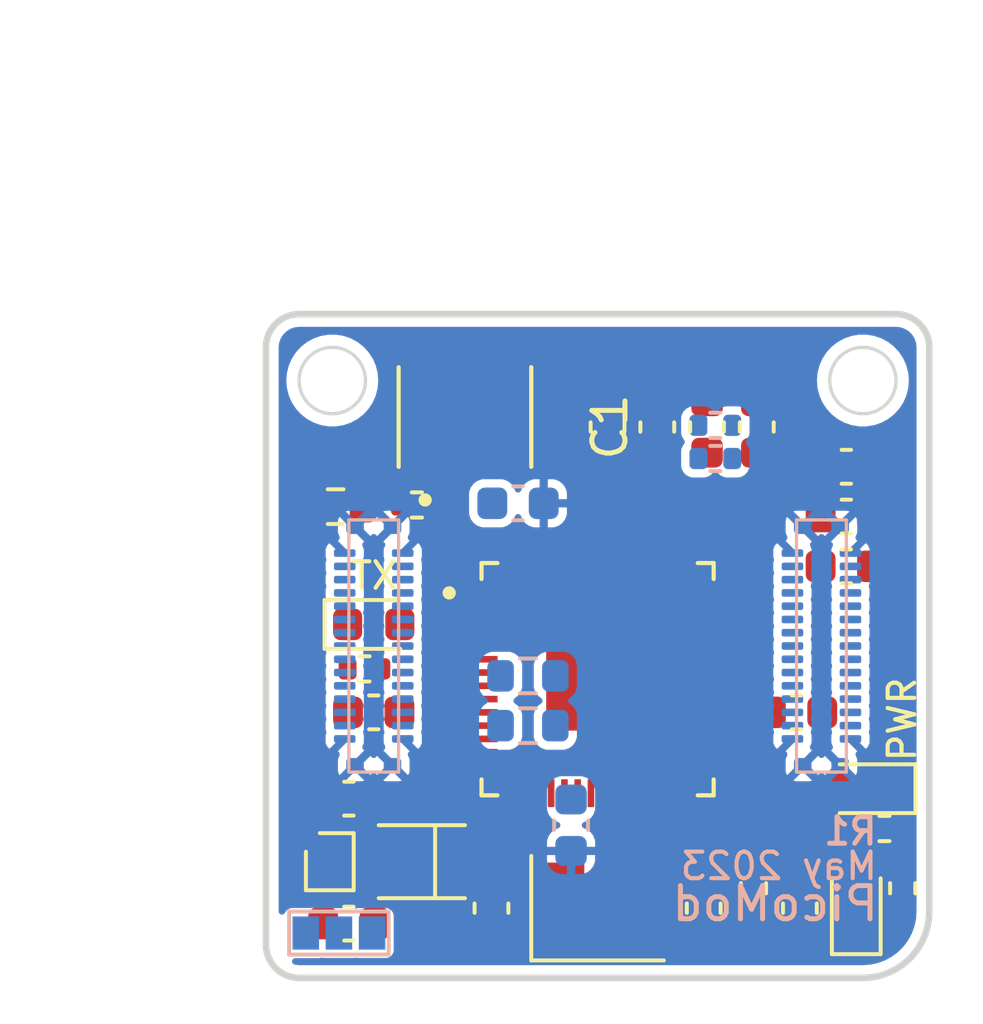
<source format=kicad_pcb>
(kicad_pcb (version 20221018) (generator pcbnew)
  (layers (0 "F.Cu" signal) (31 "B.Cu" signal) (34 "B.Paste" user) (35 "F.Paste" user) (36 "B.SilkS" user "B.Silkscreen") (37 "F.SilkS" user "F.Silkscreen") (38 "B.Mask" user) (39 "F.Mask" user) (44 "Edge.Cuts" user))
  (net 0 "")
  (net 1 "+3V3")
  (net 2 "GND")
  (net 3 "Net-(U1-VREG_VOUT)")
  (net 4 "/XIN")
  (net 5 "Net-(C14-Pad1)")
  (net 6 "+5V")
  (net 7 "Net-(D1-K)")
  (net 8 "/USB_DP")
  (net 9 "/USB_DM")
  (net 10 "/LED")
  (net 12 "/LED_DI")
  (net 22 "Net-(U1-USB_DM)")
  (net 23 "Net-(U1-USB_DP)")
  (net 24 "/TX0")
  (net 25 "/RX0")
  (net 26 "/SCK0")
  (net 27 "/MOSI0")
  (net 28 "/MISO0")
  (net 29 "/GPIO5")
  (net 30 "/qCSN")
  (net 31 "/XOUT")
  (net 32 "/SDA")
  (net 33 "/GPIO9")
  (net 34 "/GPIO10")
  (net 35 "/GPIO11")
  (net 36 "/MISO1")
  (net 37 "/SWCLK")
  (net 38 "/SWDIO")
  (net 39 "/RUN")
  (net 40 "/GPIO13")
  (net 41 "/SCK1")
  (net 42 "/qSD3")
  (net 43 "/qSD0")
  (net 44 "/qSD2")
  (net 45 "/qSD1")
  (net 46 "/MOSI1")
  (net 47 "/GPIO16")
  (net 48 "/GPIO17")
  (net 49 "/GPIO18")
  (net 50 "/GPIO19")
  (net 51 "/GPIO20")
  (net 52 "/GPIO21")
  (net 53 "/GPIO22")
  (net 54 "/GPIO23")
  (net 55 "/GPIO24")
  (net 56 "/ADC0")
  (net 57 "/ADC1")
  (net 58 "/ADC2")
  (net 59 "/ADC3")
  (net 60 "/SCL")
  (net 61 "Net-(D3-K)")
  (net 62 "Net-(D4-K)")
  (net 63 "/BOOTSEL")
  (net 64 "/qSCK")
  (net 65 "/VREG_EN")
  (net 66 "/LED_PWR")
  (footprint "Capacitor_SMD:C_0603_1608Metric" (layer "F.Cu") (at 36 32)
    (fp_text reference "C3" hide)
    (fp_text value "100n")
    (fp_line (start -0.14058 -0.51) (end 0.14058 -0.51) (stroke (width 0.12)) (layer "F.SilkS"))
    (fp_line (start -0.14058 0.51) (end 0.14058 0.51) (stroke (width 0.12)) (layer "F.SilkS"))
    (pad "1" smd roundrect (at -0.775 0) (size 0.9 0.95) (layers "F.Cu" "F.Paste" "F.Mask") (net 1 "+3V3"))
    (pad "2" smd roundrect (at 0.775 0) (size 0.9 0.95) (layers "F.Cu" "F.Paste" "F.Mask") (net 2 "GND"))
  )
  (footprint "Resistor_SMD:R_0402_1005Metric" (layer "F.Cu") (at 24.55 25.75)
    (fp_text reference "R3" hide)
    (fp_text value "1k")
    (fp_line (start -0.153641 -0.38) (end 0.153641 -0.38) (stroke (width 0.12)) (layer "F.SilkS"))
    (fp_line (start -0.153641 0.38) (end 0.153641 0.38) (stroke (width 0.12)) (layer "F.SilkS"))
    (pad "1" smd roundrect (at -0.51 0) (size 0.54 0.64) (layers "F.Cu" "F.Paste" "F.Mask") (net 30 "/qCSN"))
    (pad "2" smd roundrect (at 0.51 0) (size 0.54 0.64) (layers "F.Cu" "F.Paste" "F.Mask") (net 63 "/BOOTSEL"))
  )
  (footprint "Capacitor_SMD:C_0603_1608Metric" (layer "F.Cu") (at 22.5 38.365)
    (fp_text reference "C15" hide)
    (fp_text value "1u")
    (fp_line (start -0.14058 -0.51) (end 0.14058 -0.51) (stroke (width 0.12)) (layer "F.SilkS"))
    (fp_line (start -0.14058 0.51) (end 0.14058 0.51) (stroke (width 0.12)) (layer "F.SilkS"))
    (pad "1" smd roundrect (at -0.775 0) (size 0.9 0.95) (layers "F.Cu" "F.Paste" "F.Mask") (net 6 "+5V"))
    (pad "2" smd roundrect (at 0.775 0) (size 0.9 0.95) (layers "F.Cu" "F.Paste" "F.Mask") (net 2 "GND"))
  )
  (footprint "Resistor_SMD:R_0402_1005Metric" (layer "F.Cu") (at 39.2 37.3 90)
    (fp_text reference "R8" hide)
    (fp_text value "33")
    (fp_line (start -0.153641 -0.38) (end 0.153641 -0.38) (stroke (width 0.12)) (layer "F.SilkS"))
    (fp_line (start -0.153641 0.38) (end 0.153641 0.38) (stroke (width 0.12)) (layer "F.SilkS"))
    (pad "1" smd roundrect (at -0.51 0 90) (size 0.54 0.64) (layers "F.Cu" "F.Paste" "F.Mask") (net 7 "Net-(D1-K)"))
    (pad "2" smd roundrect (at 0.51 0 90) (size 0.54 0.64) (layers "F.Cu" "F.Paste" "F.Mask") (net 2 "GND"))
  )
  (footprint "Capacitor_SMD:C_0603_1608Metric" (layer "F.Cu") (at 37.5 26.1)
    (fp_text reference "C4" hide)
    (fp_text value "100n")
    (fp_line (start -0.14058 -0.51) (end 0.14058 -0.51) (stroke (width 0.12)) (layer "F.SilkS"))
    (fp_line (start -0.14058 0.51) (end 0.14058 0.51) (stroke (width 0.12)) (layer "F.SilkS"))
    (pad "1" smd roundrect (at -0.775 0) (size 0.9 0.95) (layers "F.Cu" "F.Paste" "F.Mask") (net 1 "+3V3"))
    (pad "2" smd roundrect (at 0.775 0) (size 0.9 0.95) (layers "F.Cu" "F.Paste" "F.Mask") (net 2 "GND"))
  )
  (footprint "Resistor_SMD:R_0402_1005Metric" (layer "F.Cu") (at 22.97 30.69)
    (fp_text reference "R10" hide)
    (fp_text value "33")
    (fp_line (start -0.153641 -0.38) (end 0.153641 -0.38) (stroke (width 0.12)) (layer "F.SilkS"))
    (fp_line (start -0.153641 0.38) (end 0.153641 0.38) (stroke (width 0.12)) (layer "F.SilkS"))
    (pad "1" smd roundrect (at -0.51 0) (size 0.54 0.64) (layers "F.Cu" "F.Paste" "F.Mask") (net 62 "Net-(D4-K)"))
    (pad "2" smd roundrect (at 0.51 0) (size 0.54 0.64) (layers "F.Cu" "F.Paste" "F.Mask") (net 2 "GND"))
  )
  (footprint "Capacitor_SMD:C_0603_1608Metric" (layer "F.Cu") (at 23.25 32 180)
    (fp_text reference "C12" hide)
    (fp_text value "100n")
    (fp_line (start -0.14058 -0.51) (end 0.14058 -0.51) (stroke (width 0.12)) (layer "F.SilkS"))
    (fp_line (start -0.14058 0.51) (end 0.14058 0.51) (stroke (width 0.12)) (layer "F.SilkS"))
    (pad "1" smd roundrect (at -0.775 0 180) (size 0.9 0.95) (layers "F.Cu" "F.Paste" "F.Mask") (net 1 "+3V3"))
    (pad "2" smd roundrect (at 0.775 0 180) (size 0.9 0.95) (layers "F.Cu" "F.Paste" "F.Mask") (net 2 "GND"))
  )
  (footprint "Customs_LED:LED_WS2812B_PLCC4_2.0x2.0mm_P0.4mm" (layer "F.Cu") (at 24.7 36.5)
    (fp_text reference "D2" hide)
    (fp_text value "WS2812B")
    (fp_line (start -1.3 -1.1) (end 1.3 -1.1) (stroke (width 0.12)) (layer "F.SilkS"))
    (fp_line (start -1.3 1.1) (end 1.3 1.1) (stroke (width 0.12)) (layer "F.SilkS"))
    (fp_line (start 0.4 1.1) (end 0.4 -1.1) (stroke (width 0.12)) (layer "F.SilkS"))
    (pad "1" smd rect (at -0.915 -0.55) (size 0.7 0.7) (layers "F.Cu" "F.Paste" "F.Mask") (net 66 "/LED_PWR"))
    (pad "2" smd rect (at -0.915 0.55) (size 0.7 0.7) (layers "F.Cu" "F.Paste" "F.Mask"))
    (pad "3" smd rect (at 0.915 0.55) (size 0.7 0.7) (layers "F.Cu" "F.Paste" "F.Mask") (net 2 "GND"))
    (pad "4" smd rect (at 0.915 -0.55) (size 0.7 0.7) (layers "F.Cu" "F.Paste" "F.Mask") (net 12 "/LED_DI"))
  )
  (footprint "Capacitor_SMD:C_0603_1608Metric" (layer "F.Cu") (at 33.3 23.4 90)
    (fp_text reference "C2" hide)
    (fp_text value "100n")
    (fp_line (start -0.14058 -0.51) (end 0.14058 -0.51) (stroke (width 0.12)) (layer "F.SilkS"))
    (fp_line (start -0.14058 0.51) (end 0.14058 0.51) (stroke (width 0.12)) (layer "F.SilkS"))
    (pad "1" smd roundrect (at -0.775 0 90) (size 0.9 0.95) (layers "F.Cu" "F.Paste" "F.Mask") (net 1 "+3V3"))
    (pad "2" smd roundrect (at 0.775 0 90) (size 0.9 0.95) (layers "F.Cu" "F.Paste" "F.Mask") (net 2 "GND"))
  )
  (footprint "Capacitor_SMD:C_0603_1608Metric" (layer "F.Cu") (at 37.5 27.6)
    (fp_text reference "C5" hide)
    (fp_text value "100n")
    (fp_line (start -0.14058 -0.51) (end 0.14058 -0.51) (stroke (width 0.12)) (layer "F.SilkS"))
    (fp_line (start -0.14058 0.51) (end 0.14058 0.51) (stroke (width 0.12)) (layer "F.SilkS"))
    (pad "1" smd roundrect (at -0.775 0) (size 0.9 0.95) (layers "F.Cu" "F.Paste" "F.Mask") (net 1 "+3V3"))
    (pad "2" smd roundrect (at 0.775 0) (size 0.9 0.95) (layers "F.Cu" "F.Paste" "F.Mask") (net 2 "GND"))
  )
  (footprint "Customs_Memory:SON80P400X300X60-10N" (layer "F.Cu") (at 26 23.1 90)
    (fp_text reference "U2" hide)
    (fp_text value locked "MX25L3233FZBI")
    (fp_line (start -1.5 -2) (end 1.5 -2) (stroke (width 0.127)) (layer "F.SilkS"))
    (fp_line (start -1.5 2) (end 1.5 2) (stroke (width 0.127)) (layer "F.SilkS"))
    (fp_circle (center -2.5 -1.2) (end -2.4 -1.2) (stroke (width 0.2)) (fill none) (layer "F.SilkS"))
    (pad "1" smd roundrect (at -1.335 -1.2 90) (size 1.06 0.32) (layers "F.Cu" "F.Paste" "F.Mask") (roundrect_rratio 0.04) (net 63 "/BOOTSEL"))
    (pad "2" smd roundrect (at -1.335 -0.4 90) (size 1.06 0.32) (layers "F.Cu" "F.Paste" "F.Mask") (roundrect_rratio 0.04) (net 45 "/qSD1"))
    (pad "3" smd roundrect (at -1.335 0.4 90) (size 1.06 0.32) (layers "F.Cu" "F.Paste" "F.Mask") (roundrect_rratio 0.04) (net 44 "/qSD2"))
    (pad "4" smd roundrect (at -1.335 1.2 90) (size 1.06 0.32) (layers "F.Cu" "F.Paste" "F.Mask") (roundrect_rratio 0.04) (net 2 "GND"))
    (pad "5" smd roundrect (at 1.335 1.2 90) (size 1.06 0.32) (layers "F.Cu" "F.Paste" "F.Mask") (roundrect_rratio 0.04) (net 43 "/qSD0"))
    (pad "6" smd roundrect (at 1.335 0.4 90) (size 1.06 0.32) (layers "F.Cu" "F.Paste" "F.Mask") (roundrect_rratio 0.04) (net 64 "/qSCK"))
    (pad "7" smd roundrect (at 1.335 -0.4 90) (size 1.06 0.32) (layers "F.Cu" "F.Paste" "F.Mask") (roundrect_rratio 0.04) (net 42 "/qSD3"))
    (pad "8" smd roundrect (at 1.335 -1.2 90) (size 1.06 0.32) (layers "F.Cu" "F.Paste" "F.Mask") (roundrect_rratio 0.04) (net 1 "+3V3"))
    (pad "9" smd rect (at 0 -0.8 90) (size 0.2 0.8) (layers "F.Cu" "F.Mask"))
    (pad "10" smd rect (at 0 0.8 90) (size 0.2 0.8) (layers "F.Cu" "F.Mask"))
  )
  (footprint "Resistor_SMD:R_0603_1608Metric" (layer "F.Cu") (at 22.1 25.8 180)
    (fp_text reference "R4" hide)
    (fp_text value "DNP")
    (fp_line (start -0.237258 -0.5225) (end 0.237258 -0.5225) (stroke (width 0.12)) (layer "F.SilkS"))
    (fp_line (start -0.237258 0.5225) (end 0.237258 0.5225) (stroke (width 0.12)) (layer "F.SilkS"))
    (pad "1" smd roundrect (at -0.825 0 180) (size 0.8 0.95) (layers "F.Cu" "F.Paste" "F.Mask") (net 63 "/BOOTSEL"))
    (pad "2" smd roundrect (at 0.825 0 180) (size 0.8 0.95) (layers "F.Cu" "F.Paste" "F.Mask") (net 1 "+3V3"))
  )
  (footprint "Capacitor_SMD:C_0603_1608Metric" (layer "F.Cu") (at 33.2 37.9 -90)
    (fp_text reference "C14" hide)
    (fp_text value "22pf")
    (fp_line (start -0.14058 -0.51) (end 0.14058 -0.51) (stroke (width 0.12)) (layer "F.SilkS"))
    (fp_line (start -0.14058 0.51) (end 0.14058 0.51) (stroke (width 0.12)) (layer "F.SilkS"))
    (pad "1" smd roundrect (at -0.775 0 270) (size 0.9 0.95) (layers "F.Cu" "F.Paste" "F.Mask") (net 5 "Net-(C14-Pad1)"))
    (pad "2" smd roundrect (at 0.775 0 270) (size 0.9 0.95) (layers "F.Cu" "F.Paste" "F.Mask") (net 2 "GND"))
  )
  (footprint "Capacitor_SMD:C_0603_1608Metric" (layer "F.Cu") (at 37.5 24.6)
    (fp_text reference "C11" hide)
    (fp_text value "1u")
    (fp_line (start -0.14058 -0.51) (end 0.14058 -0.51) (stroke (width 0.12)) (layer "F.SilkS"))
    (fp_line (start -0.14058 0.51) (end 0.14058 0.51) (stroke (width 0.12)) (layer "F.SilkS"))
    (pad "1" smd roundrect (at -0.775 0) (size 0.9 0.95) (layers "F.Cu" "F.Paste" "F.Mask") (net 1 "+3V3"))
    (pad "2" smd roundrect (at 0.775 0) (size 0.9 0.95) (layers "F.Cu" "F.Paste" "F.Mask") (net 2 "GND"))
  )
  (footprint "Capacitor_SMD:C_0603_1608Metric" (layer "F.Cu") (at 22.5 34.6)
    (fp_text reference "C16" hide)
    (fp_text value "1u")
    (fp_line (start -0.14058 -0.51) (end 0.14058 -0.51) (stroke (width 0.12)) (layer "F.SilkS"))
    (fp_line (start -0.14058 0.51) (end 0.14058 0.51) (stroke (width 0.12)) (layer "F.SilkS"))
    (pad "1" smd roundrect (at -0.775 0) (size 0.9 0.95) (layers "F.Cu" "F.Paste" "F.Mask") (net 1 "+3V3"))
    (pad "2" smd roundrect (at 0.775 0) (size 0.9 0.95) (layers "F.Cu" "F.Paste" "F.Mask") (net 2 "GND"))
  )
  (footprint "LED_SMD:LED_0603_1608Metric" (layer "F.Cu") (at 37.8 37.8 90)
    (fp_text reference "D1" hide)
    (fp_text value "LED")
    (fp_line (start -1.485 -0.735) (end -1.485 0.735) (stroke (width 0.12)) (layer "F.SilkS"))
    (fp_line (start -1.485 0.735) (end 0.8 0.735) (stroke (width 0.12)) (layer "F.SilkS"))
    (fp_line (start 0.8 -0.735) (end -1.485 -0.735) (stroke (width 0.12)) (layer "F.SilkS"))
    (pad "1" smd roundrect (at -0.7875 0 90) (size 0.875 0.95) (layers "F.Cu" "F.Paste" "F.Mask") (net 7 "Net-(D1-K)"))
    (pad "2" smd roundrect (at 0.7875 0 90) (size 0.875 0.95) (layers "F.Cu" "F.Paste" "F.Mask") (net 10 "/LED"))
  )
  (footprint "LED_SMD:LED_0603_1608Metric" (layer "F.Cu") (at 38.1 34.3 180)
    (fp_text reference "D3" hide)
    (fp_text value "LED")
    (fp_line (start -1.485 -0.735) (end -1.485 0.735) (stroke (width 0.12)) (layer "F.SilkS"))
    (fp_line (start -1.485 0.735) (end 0.8 0.735) (stroke (width 0.12)) (layer "F.SilkS"))
    (fp_line (start 0.8 -0.735) (end -1.485 -0.735) (stroke (width 0.12)) (layer "F.SilkS"))
    (pad "1" smd roundrect (at -0.7875 0 180) (size 0.875 0.95) (layers "F.Cu" "F.Paste" "F.Mask") (net 61 "Net-(D3-K)"))
    (pad "2" smd roundrect (at 0.7875 0 180) (size 0.875 0.95) (layers "F.Cu" "F.Paste" "F.Mask") (net 1 "+3V3"))
  )
  (footprint "Crystal:Crystal_SMD_SeikoEpson_TSX3225-4Pin_3.2x2.5mm" (layer "F.Cu") (at 30 37.9)
    (fp_text reference "Y1" hide)
    (fp_text value "12MHz")
    (fp_line (start -2 -1.575) (end -2 1.575) (stroke (width 0.12)) (layer "F.SilkS"))
    (fp_line (start -2 1.575) (end 2 1.575) (stroke (width 0.12)) (layer "F.SilkS"))
    (pad "1" smd rect (at -1.1 0.8) (size 1.4 1.15) (layers "F.Cu" "F.Paste" "F.Mask") (net 4 "/XIN"))
    (pad "2" smd rect (at 1.1 0.8) (size 1.4 1.15) (layers "F.Cu" "F.Paste" "F.Mask") (net 5 "Net-(C14-Pad1)"))
    (pad "3" smd rect (at 1.1 -0.8) (size 1.4 1.15) (layers "F.Cu" "F.Paste" "F.Mask"))
    (pad "4" smd rect (at -1.1 -0.8) (size 1.4 1.15) (layers "F.Cu" "F.Paste" "F.Mask"))
  )
  (footprint "Resistor_SMD:R_0402_1005Metric" (layer "F.Cu") (at 38.65 35.5)
    (fp_text reference "R9" hide)
    (fp_text value "33")
    (fp_line (start -0.153641 -0.38) (end 0.153641 -0.38) (stroke (width 0.12)) (layer "F.SilkS"))
    (fp_line (start -0.153641 0.38) (end 0.153641 0.38) (stroke (width 0.12)) (layer "F.SilkS"))
    (pad "1" smd roundrect (at -0.51 0) (size 0.54 0.64) (layers "F.Cu" "F.Paste" "F.Mask") (net 61 "Net-(D3-K)"))
    (pad "2" smd roundrect (at 0.51 0) (size 0.54 0.64) (layers "F.Cu" "F.Paste" "F.Mask") (net 2 "GND"))
  )
  (footprint "Capacitor_SMD:C_0603_1608Metric" (layer "F.Cu") (at 36.1 37.9 -90)
    (fp_text reference "C10" hide)
    (fp_text value "100n")
    (fp_line (start -0.14058 -0.51) (end 0.14058 -0.51) (stroke (width 0.12)) (layer "F.SilkS"))
    (fp_line (start -0.14058 0.51) (end 0.14058 0.51) (stroke (width 0.12)) (layer "F.SilkS"))
    (pad "1" smd roundrect (at -0.775 0 270) (size 0.9 0.95) (layers "F.Cu" "F.Paste" "F.Mask") (net 3 "Net-(U1-VREG_VOUT)"))
    (pad "2" smd roundrect (at 0.775 0 270) (size 0.9 0.95) (layers "F.Cu" "F.Paste" "F.Mask") (net 2 "GND"))
  )
  (footprint "Capacitor_SMD:C_0603_1608Metric" (layer "F.Cu") (at 26.8 37.9 -90)
    (fp_text reference "C13" hide)
    (fp_text value "22pf")
    (fp_line (start -0.14058 -0.51) (end 0.14058 -0.51) (stroke (width 0.12)) (layer "F.SilkS"))
    (fp_line (start -0.14058 0.51) (end 0.14058 0.51) (stroke (width 0.12)) (layer "F.SilkS"))
    (pad "1" smd roundrect (at -0.775 0 270) (size 0.9 0.95) (layers "F.Cu" "F.Paste" "F.Mask") (net 4 "/XIN"))
    (pad "2" smd roundrect (at 0.775 0 270) (size 0.9 0.95) (layers "F.Cu" "F.Paste" "F.Mask") (net 2 "GND"))
  )
  (footprint "RP2040:QFN40P700X700X90-57N" (layer "F.Cu") (at 30 31)
    (fp_text reference "U1" hide)
    (fp_text value "RP2040")
    (fp_line (start -3.5 -3.5) (end -3.5 -3.02) (stroke (width 0.127)) (layer "F.SilkS"))
    (fp_line (start -3.5 -3.5) (end -3.02 -3.5) (stroke (width 0.127)) (layer "F.SilkS"))
    (fp_line (start -3.5 3.5) (end -3.5 3.02) (stroke (width 0.127)) (layer "F.SilkS"))
    (fp_line (start -3.5 3.5) (end -3.02 3.5) (stroke (width 0.127)) (layer "F.SilkS"))
    (fp_line (start 3.5 -3.5) (end 3.02 -3.5) (stroke (width 0.127)) (layer "F.SilkS"))
    (fp_line (start 3.5 -3.5) (end 3.5 -3.02) (stroke (width 0.127)) (layer "F.SilkS"))
    (fp_line (start 3.5 3.5) (end 3.02 3.5) (stroke (width 0.127)) (layer "F.SilkS"))
    (fp_line (start 3.5 3.5) (end 3.5 3.02) (stroke (width 0.127)) (layer "F.SilkS"))
    (fp_circle (center -4.475 -2.6) (end -4.375 -2.6) (stroke (width 0.2)) (fill none) (layer "F.SilkS"))
    (pad "1" smd roundrect (at -3.435 -2.6) (size 0.84 0.2) (layers "F.Cu" "F.Paste" "F.Mask") (roundrect_rratio 0.03) (net 1 "+3V3"))
    (pad "2" smd roundrect (at -3.435 -2.2) (size 0.84 0.2) (layers "F.Cu" "F.Paste" "F.Mask") (roundrect_rratio 0.03) (net 24 "/TX0"))
    (pad "3" smd roundrect (at -3.435 -1.8) (size 0.84 0.2) (layers "F.Cu" "F.Paste" "F.Mask") (roundrect_rratio 0.03) (net 25 "/RX0"))
    (pad "4" smd roundrect (at -3.435 -1.4) (size 0.84 0.2) (layers "F.Cu" "F.Paste" "F.Mask") (roundrect_rratio 0.03) (net 26 "/SCK0"))
    (pad "5" smd roundrect (at -3.435 -1) (size 0.84 0.2) (layers "F.Cu" "F.Paste" "F.Mask") (roundrect_rratio 0.03) (net 27 "/MOSI0"))
    (pad "6" smd roundrect (at -3.435 -0.6) (size 0.84 0.2) (layers "F.Cu" "F.Paste" "F.Mask") (roundrect_rratio 0.03) (net 28 "/MISO0"))
    (pad "7" smd roundrect (at -3.435 -0.2) (size 0.84 0.2) (layers "F.Cu" "F.Paste" "F.Mask") (roundrect_rratio 0.03) (net 29 "/GPIO5"))
    (pad "8" smd roundrect (at -3.435 0.2) (size 0.84 0.2) (layers "F.Cu" "F.Paste" "F.Mask") (roundrect_rratio 0.03) (net 32 "/SDA"))
    (pad "9" smd roundrect (at -3.435 0.6) (size 0.84 0.2) (layers "F.Cu" "F.Paste" "F.Mask") (roundrect_rratio 0.03) (net 60 "/SCL"))
    (pad "10" smd roundrect (at -3.435 1) (size 0.84 0.2) (layers "F.Cu" "F.Paste" "F.Mask") (roundrect_rratio 0.03) (net 1 "+3V3"))
    (pad "11" smd roundrect (at -3.435 1.4) (size 0.84 0.2) (layers "F.Cu" "F.Paste" "F.Mask") (roundrect_rratio 0.03) (net 12 "/LED_DI"))
    (pad "12" smd roundrect (at -3.435 1.8) (size 0.84 0.2) (layers "F.Cu" "F.Paste" "F.Mask") (roundrect_rratio 0.03) (net 33 "/GPIO9"))
    (pad "13" smd roundrect (at -3.435 2.2) (size 0.84 0.2) (layers "F.Cu" "F.Paste" "F.Mask") (roundrect_rratio 0.03) (net 34 "/GPIO10"))
    (pad "14" smd roundrect (at -3.435 2.6) (size 0.84 0.2) (layers "F.Cu" "F.Paste" "F.Mask") (roundrect_rratio 0.03) (net 35 "/GPIO11"))
    (pad "15" smd roundrect (at -2.6 3.435) (size 0.2 0.84) (layers "F.Cu" "F.Paste" "F.Mask") (roundrect_rratio 0.1) (net 36 "/MISO1"))
    (pad "16" smd roundrect (at -2.2 3.435) (size 0.2 0.84) (layers "F.Cu" "F.Paste" "F.Mask") (roundrect_rratio 0.1) (net 40 "/GPIO13"))
    (pad "17" smd roundrect (at -1.8 3.435) (size 0.2 0.84) (layers "F.Cu" "F.Paste" "F.Mask") (roundrect_rratio 0.1) (net 41 "/SCK1"))
    (pad "18" smd roundrect (at -1.4 3.435) (size 0.2 0.84) (layers "F.Cu" "F.Paste" "F.Mask") (roundrect_rratio 0.1) (net 46 "/MOSI1"))
    (pad "19" smd roundrect (at -1 3.435) (size 0.2 0.84) (layers "F.Cu" "F.Paste" "F.Mask") (roundrect_rratio 0.1) (net 2 "GND"))
    (pad "20" smd roundrect (at -0.6 3.435) (size 0.2 0.84) (layers "F.Cu" "F.Paste" "F.Mask") (roundrect_rratio 0.1) (net 4 "/XIN"))
    (pad "21" smd roundrect (at -0.2 3.435) (size 0.2 0.84) (layers "F.Cu" "F.Paste" "F.Mask") (roundrect_rratio 0.1) (net 31 "/XOUT"))
    (pad "22" smd roundrect (at 0.2 3.435) (size 0.2 0.84) (layers "F.Cu" "F.Paste" "F.Mask") (roundrect_rratio 0.1) (net 1 "+3V3"))
    (pad "23" smd roundrect (at 0.6 3.435) (size 0.2 0.84) (layers "F.Cu" "F.Paste" "F.Mask") (roundrect_rratio 0.1) (net 3 "Net-(U1-VREG_VOUT)"))
    (pad "24" smd roundrect (at 1 3.435) (size 0.2 0.84) (layers "F.Cu" "F.Paste" "F.Mask") (roundrect_rratio 0.1) (net 37 "/SWCLK"))
    (pad "25" smd roundrect (at 1.4 3.435) (size 0.2 0.84) (layers "F.Cu" "F.Paste" "F.Mask") (roundrect_rratio 0.1) (net 38 "/SWDIO"))
    (pad "26" smd roundrect (at 1.8 3.435) (size 0.2 0.84) (layers "F.Cu" "F.Paste" "F.Mask") (roundrect_rratio 0.1) (net 39 "/RUN"))
    (pad "27" smd roundrect (at 2.2 3.435) (size 0.2 0.84) (layers "F.Cu" "F.Paste" "F.Mask") (roundrect_rratio 0.1) (net 47 "/GPIO16"))
    (pad "28" smd roundrect (at 2.6 3.435) (size 0.2 0.84) (layers "F.Cu" "F.Paste" "F.Mask") (roundrect_rratio 0.1) (net 48 "/GPIO17"))
    (pad "29" smd roundrect (at 3.435 2.6) (size 0.84 0.2) (layers "F.Cu" "F.Paste" "F.Mask") (roundrect_rratio 0.03) (net 49 "/GPIO18"))
    (pad "30" smd roundrect (at 3.435 2.2) (size 0.84 0.2) (layers "F.Cu" "F.Paste" "F.Mask") (roundrect_rratio 0.03) (net 50 "/GPIO19"))
    (pad "31" smd roundrect (at 3.435 1.8) (size 0.84 0.2) (layers "F.Cu" "F.Paste" "F.Mask") (roundrect_rratio 0.03) (net 51 "/GPIO20"))
    (pad "32" smd roundrect (at 3.435 1.4) (size 0.84 0.2) (layers "F.Cu" "F.Paste" "F.Mask") (roundrect_rratio 0.03) (net 52 "/GPIO21"))
    (pad "33" smd roundrect (at 3.435 1) (size 0.84 0.2) (layers "F.Cu" "F.Paste" "F.Mask") (roundrect_rratio 0.03) (net 1 "+3V3"))
    (pad "34" smd roundrect (at 3.435 0.6) (size 0.84 0.2) (layers "F.Cu" "F.Paste" "F.Mask") (roundrect_rratio 0.03) (net 53 "/GPIO22"))
    (pad "35" smd roundrect (at 3.435 0.2) (size 0.84 0.2) (layers "F.Cu" "F.Paste" "F.Mask") (roundrect_rratio 0.03) (net 54 "/GPIO23"))
    (pad "36" smd roundrect (at 3.435 -0.2) (size 0.84 0.2) (layers "F.Cu" "F.Paste" "F.Mask") (roundrect_rratio 0.03) (net 55 "/GPIO24"))
    (pad "37" smd roundrect (at 3.435 -0.6) (size 0.84 0.2) (layers "F.Cu" "F.Paste" "F.Mask") (roundrect_rratio 0.03) (net 10 "/LED"))
    (pad "38" smd roundrect (at 3.435 -1) (size 0.84 0.2) (layers "F.Cu" "F.Paste" "F.Mask") (roundrect_rratio 0.03) (net 56 "/ADC0"))
    (pad "39" smd roundrect (at 3.435 -1.4) (size 0.84 0.2) (layers "F.Cu" "F.Paste" "F.Mask") (roundrect_rratio 0.03) (net 57 "/ADC1"))
    (pad "40" smd roundrect (at 3.435 -1.8) (size 0.84 0.2) (layers "F.Cu" "F.Paste" "F.Mask") (roundrect_rratio 0.03) (net 58 "/ADC2"))
    (pad "41" smd roundrect (at 3.435 -2.2) (size 0.84 0.2) (layers "F.Cu" "F.Paste" "F.Mask") (roundrect_rratio 0.03) (net 59 "/ADC3"))
    (pad "42" smd roundrect (at 3.435 -2.6) (size 0.84 0.2) (layers "F.Cu" "F.Paste" "F.Mask") (roundrect_rratio 0.03) (net 1 "+3V3"))
    (pad "43" smd roundrect (at 2.6 -3.435) (size 0.2 0.84) (layers "F.Cu" "F.Paste" "F.Mask") (roundrect_rratio 0.1) (net 1 "+3V3"))
    (pad "44" smd roundrect (at 2.2 -3.435) (size 0.2 0.84) (layers "F.Cu" "F.Paste" "F.Mask") (roundrect_rratio 0.1) (net 1 "+3V3"))
    (pad "45" smd roundrect (at 1.8 -3.435) (size 0.2 0.84) (layers "F.Cu" "F.Paste" "F.Mask") (roundrect_rratio 0.1) (net 3 "Net-(U1-VREG_VOUT)"))
    (pad "46" smd roundrect (at 1.4 -3.435) (size 0.2 0.84) (layers "F.Cu" "F.Paste" "F.Mask") (roundrect_rratio 0.1) (net 22 "Net-(U1-USB_DM)"))
    (pad "47" smd roundrect (at 1 -3.435) (size 0.2 0.84) (layers "F.Cu" "F.Paste" "F.Mask") (roundrect_rratio 0.1) (net 23 "Net-(U1-USB_DP)"))
    (pad "48" smd roundrect (at 0.6 -3.435) (size 0.2 0.84) (layers "F.Cu" "F.Paste" "F.Mask") (roundrect_rratio 0.1) (net 1 "+3V3"))
    (pad "49" smd roundrect (at 0.2 -3.435) (size 0.2 0.84) (layers "F.Cu" "F.Paste" "F.Mask") (roundrect_rratio 0.1) (net 1 "+3V3"))
    (pad "50" smd roundrect (at -0.2 -3.435) (size 0.2 0.84) (layers "F.Cu" "F.Paste" "F.Mask") (roundrect_rratio 0.1) (net 3 "Net-(U1-VREG_VOUT)"))
    (pad "51" smd roundrect (at -0.6 -3.435) (size 0.2 0.84) (layers "F.Cu" "F.Paste" "F.Mask") (roundrect_rratio 0.1) (net 42 "/qSD3"))
    (pad "52" smd roundrect (at -1 -3.435) (size 0.2 0.84) (layers "F.Cu" "F.Paste" "F.Mask") (roundrect_rratio 0.1) (net 64 "/qSCK"))
    (pad "53" smd roundrect (at -1.4 -3.435) (size 0.2 0.84) (layers "F.Cu" "F.Paste" "F.Mask") (roundrect_rratio 0.1) (net 43 "/qSD0"))
    (pad "54" smd roundrect (at -1.8 -3.435) (size 0.2 0.84) (layers "F.Cu" "F.Paste" "F.Mask") (roundrect_rratio 0.1) (net 44 "/qSD2"))
    (pad "55" smd roundrect (at -2.2 -3.435) (size 0.2 0.84) (layers "F.Cu" "F.Paste" "F.Mask") (roundrect_rratio 0.1) (net 45 "/qSD1"))
    (pad "56" smd roundrect (at -2.6 -3.435) (size 0.2 0.84) (layers "F.Cu" "F.Paste" "F.Mask") (roundrect_rratio 0.1) (net 30 "/qCSN"))
    (pad "57" smd rect (at 0 0) (size 3.1 3.1) (layers "F.Cu" "F.Mask") (net 2 "GND"))
  )
  (footprint "Capacitor_SMD:C_0603_1608Metric" (layer "F.Cu") (at 31.8 23.4 90)
    (fp_text reference "C1" (at 0 -1.43 90) (layer "F.SilkS"))
    (fp_text value "100n")
    (fp_line (start -0.14058 -0.51) (end 0.14058 -0.51) (stroke (width 0.12)) (layer "F.SilkS"))
    (fp_line (start -0.14058 0.51) (end 0.14058 0.51) (stroke (width 0.12)) (layer "F.SilkS"))
    (pad "1" smd roundrect locked (at -0.775 0 90) (size 0.9 0.95) (layers "F.Cu" "F.Paste" "F.Mask") (net 1 "+3V3"))
    (pad "2" smd roundrect locked (at 0.775 0 90) (size 0.9 0.95) (layers "F.Cu" "F.Paste" "F.Mask") (net 2 "GND"))
  )
  (footprint "LED_SMD:LED_0603_1608Metric" (layer "F.Cu") (at 23.25 29.35)
    (fp_text reference "D4" hide)
    (fp_text value "LED")
    (fp_line (start -1.485 -0.735) (end -1.485 0.735) (stroke (width 0.12)) (layer "F.SilkS"))
    (fp_line (start -1.485 0.735) (end 0.8 0.735) (stroke (width 0.12)) (layer "F.SilkS"))
    (fp_line (start 0.8 -0.735) (end -1.485 -0.735) (stroke (width 0.12)) (layer "F.SilkS"))
    (pad "1" smd roundrect (at -0.7875 0) (size 0.875 0.95) (layers "F.Cu" "F.Paste" "F.Mask") (net 62 "Net-(D4-K)"))
    (pad "2" smd roundrect (at 0.7875 0) (size 0.875 0.95) (layers "F.Cu" "F.Paste" "F.Mask") (net 24 "/TX0"))
  )
  (footprint "Capacitor_SMD:C_0603_1608Metric" (layer "F.Cu") (at 30.3 23.4 90)
    (fp_text reference "C8" hide)
    (fp_text value "1u")
    (fp_line (start -0.14058 -0.51) (end 0.14058 -0.51) (stroke (width 0.12)) (layer "F.SilkS"))
    (fp_line (start -0.14058 0.51) (end 0.14058 0.51) (stroke (width 0.12)) (layer "F.SilkS"))
    (pad "1" smd roundrect (at -0.775 0 90) (size 0.9 0.95) (layers "F.Cu" "F.Paste" "F.Mask") (net 3 "Net-(U1-VREG_VOUT)"))
    (pad "2" smd roundrect (at 0.775 0 90) (size 0.9 0.95) (layers "F.Cu" "F.Paste" "F.Mask") (net 2 "GND"))
  )
  (footprint "Resistor_SMD:R_0402_1005Metric" (layer "F.Cu") (at 34.7 37.3 -90)
    (fp_text reference "R5" hide)
    (fp_text value "1k")
    (fp_line (start -0.153641 -0.38) (end 0.153641 -0.38) (stroke (width 0.12)) (layer "F.SilkS"))
    (fp_line (start -0.153641 0.38) (end 0.153641 0.38) (stroke (width 0.12)) (layer "F.SilkS"))
    (pad "1" smd roundrect (at -0.51 0 270) (size 0.54 0.64) (layers "F.Cu" "F.Paste" "F.Mask") (net 31 "/XOUT"))
    (pad "2" smd roundrect (at 0.51 0 270) (size 0.54 0.64) (layers "F.Cu" "F.Paste" "F.Mask") (net 5 "Net-(C14-Pad1)"))
  )
  (footprint "Capacitor_SMD:C_0603_1608Metric" (layer "F.Cu") (at 34.8 23.4 90)
    (fp_text reference "C9" hide)
    (fp_text value "100n")
    (fp_line (start -0.14058 -0.51) (end 0.14058 -0.51) (stroke (width 0.12)) (layer "F.SilkS"))
    (fp_line (start -0.14058 0.51) (end 0.14058 0.51) (stroke (width 0.12)) (layer "F.SilkS"))
    (pad "1" smd roundrect (at -0.775 0 90) (size 0.9 0.95) (layers "F.Cu" "F.Paste" "F.Mask") (net 3 "Net-(U1-VREG_VOUT)"))
    (pad "2" smd roundrect (at 0.775 0 90) (size 0.9 0.95) (layers "F.Cu" "F.Paste" "F.Mask") (net 2 "GND"))
  )
  (footprint "Package_DFN_QFN:OnSemi_XDFN4-1EP_1.0x1.0mm_EP0.52x0.52mm" (layer "F.Cu") (at 21.925 36.5)
    (fp_text reference "U3" hide)
    (fp_text value "NCP163AFCT330T2G")
    (fp_line (start -0.72 -0.3) (end -0.72 0.86) (stroke (width 0.12)) (layer "F.SilkS"))
    (fp_line (start -0.72 0.86) (end 0.72 0.86) (stroke (width 0.12)) (layer "F.SilkS"))
    (fp_line (start 0.72 -0.86) (end -0.3 -0.86) (stroke (width 0.12)) (layer "F.SilkS"))
    (fp_line (start 0.72 0.86) (end 0.72 -0.86) (stroke (width 0.12)) (layer "F.SilkS"))
    (pad "1" smd custom (at -0.325 -0.485 180) (size 0.26 0.23) (layers "F.Cu" "F.Paste" "F.Mask") (net 1 "+3V3") (options (clearance outline) (anchor rect)) (primitives (gr_poly (pts (xy 0.13 -0.115) (xy -0.13 -0.115) (xy 0.02 -0.275) (xy 0.13 -0.275)) (width 0) (fill yes))))
    (pad "2" smd custom (at 0.325 -0.485 180) (size 0.26 0.23) (layers "F.Cu" "F.Paste" "F.Mask") (net 2 "GND") (options (clearance outline) (anchor rect)) (primitives (gr_poly (pts (xy 0.13 -0.115) (xy -0.13 -0.115) (xy -0.13 -0.275) (xy -0.02 -0.275)) (width 0) (fill yes))))
    (pad "3" smd custom (at 0.325 0.485) (size 0.26 0.23) (layers "F.Cu" "F.Paste" "F.Mask") (net 65 "/VREG_EN") (options (clearance outline) (anchor rect)) (primitives (gr_poly (pts (xy 0.13 -0.115) (xy -0.13 -0.115) (xy 0.02 -0.275) (xy 0.13 -0.275)) (width 0) (fill yes))))
    (pad "4" smd custom (at -0.325 0.485) (size 0.26 0.23) (layers "F.Cu" "F.Paste" "F.Mask") (net 6 "+5V") (options (clearance outline) (anchor rect)) (primitives (gr_poly (pts (xy 0.13 -0.115) (xy -0.13 -0.115) (xy -0.13 -0.275) (xy -0.02 -0.275)) (width 0) (fill yes))))
    (pad "5" smd rect (at 0 0 45) (size 0.52 0.52) (layers "F.Cu" "F.Paste" "F.Mask"))
  )
  (footprint "Resistor_SMD:R_0603_1608Metric" (layer "B.Cu") (at 27.9 30.9)
    (fp_text reference "R6" hide)
    (fp_text value "4.7k")
    (fp_line (start -0.237258 -0.5225) (end 0.237258 -0.5225) (stroke (width 0.12)) (layer "B.SilkS"))
    (fp_line (start -0.237258 0.5225) (end 0.237258 0.5225) (stroke (width 0.12)) (layer "B.SilkS"))
    (pad "1" smd roundrect (at -0.825 0) (size 0.8 0.95) (layers "B.Cu" "B.Paste" "B.Mask") (net 32 "/SDA"))
    (pad "2" smd roundrect (at 0.825 0) (size 0.8 0.95) (layers "B.Cu" "B.Paste" "B.Mask") (net 1 "+3V3"))
  )
  (footprint "Resistor_SMD:R_0402_1005Metric" (layer "B.Cu") (at 33.55 23.35)
    (fp_text reference "R2" hide)
    (fp_text value "27")
    (fp_line (start -0.153641 -0.38) (end 0.153641 -0.38) (stroke (width 0.12)) (layer "B.SilkS"))
    (fp_line (start -0.153641 0.38) (end 0.153641 0.38) (stroke (width 0.12)) (layer "B.SilkS"))
    (pad "1" smd roundrect (at -0.51 0) (size 0.54 0.64) (layers "B.Cu" "B.Paste" "B.Mask") (net 23 "Net-(U1-USB_DP)"))
    (pad "2" smd roundrect (at 0.51 0) (size 0.54 0.64) (layers "B.Cu" "B.Paste" "B.Mask") (net 8 "/USB_DP"))
  )
  (footprint "Customs_Connectors:TE-3-2363962-0_30x0.4mm_Plug" (layer "B.Cu") (at 23.25 30 90)
    (fp_text reference "J3" hide)
    (fp_text value "Conn_02x15_Top_Bottom")
    (fp_line (start -3.8 -0.75) (end 3.8 -0.75) (stroke (width 0.1)) (layer "B.SilkS"))
    (fp_line (start -3.8 0.75) (end -3.8 -0.75) (stroke (width 0.1)) (layer "B.SilkS"))
    (fp_line (start 3.8 -0.75) (end 3.8 0.75) (stroke (width 0.1)) (layer "B.SilkS"))
    (fp_line (start 3.8 0.75) (end -3.8 0.75) (stroke (width 0.1)) (layer "B.SilkS"))
    (pad "1" smd roundrect (at -2.8 0.875 90) (size 0.23 0.65) (layers "B.Cu" "B.Paste" "B.Mask") (net 2 "GND"))
    (pad "2" smd roundrect (at -2.4 0.875 90) (size 0.23 0.65) (layers "B.Cu" "B.Paste" "B.Mask") (net 6 "+5V"))
    (pad "3" smd roundrect (at -2 0.875 90) (size 0.23 0.65) (layers "B.Cu" "B.Paste" "B.Mask") (net 35 "/GPIO11"))
    (pad "4" smd roundrect (at -1.6 0.875 90) (size 0.23 0.65) (layers "B.Cu" "B.Paste" "B.Mask") (net 34 "/GPIO10"))
    (pad "5" smd roundrect (at -1.2 0.875 90) (size 0.23 0.65) (layers "B.Cu" "B.Paste" "B.Mask") (net 33 "/GPIO9"))
    (pad "6" smd roundrect (at -0.8 0.875 90) (size 0.23 0.65) (layers "B.Cu" "B.Paste" "B.Mask") (net 60 "/SCL"))
    (pad "7" smd roundrect (at -0.4 0.875 90) (size 0.23 0.65) (layers "B.Cu" "B.Paste" "B.Mask") (net 32 "/SDA"))
    (pad "8" smd roundrect (at 0 0.875 90) (size 0.23 0.65) (layers "B.Cu" "B.Paste" "B.Mask") (net 29 "/GPIO5"))
    (pad "9" smd roundrect (at 0.4 0.875 90) (size 0.23 0.65) (layers "B.Cu" "B.Paste" "B.Mask") (net 28 "/MISO0"))
    (pad "10" smd roundrect (at 0.8 0.875 90) (size 0.23 0.65) (layers "B.Cu" "B.Paste" "B.Mask") (net 27 "/MOSI0"))
    (pad "11" smd roundrect (at 1.2 0.875 90) (size 0.23 0.65) (layers "B.Cu" "B.Paste" "B.Mask") (net 26 "/SCK0"))
    (pad "12" smd roundrect (at 1.6 0.875 90) (size 0.23 0.65) (layers "B.Cu" "B.Paste" "B.Mask") (net 25 "/RX0"))
    (pad "13" smd roundrect (at 2 0.875 90) (size 0.23 0.65) (layers "B.Cu" "B.Paste" "B.Mask") (net 24 "/TX0"))
    (pad "14" smd roundrect (at 2.4 0.875 90) (size 0.23 0.65) (layers "B.Cu" "B.Paste" "B.Mask") (net 1 "+3V3"))
    (pad "15" smd roundrect (at 2.8 0.875 90) (size 0.23 0.65) (layers "B.Cu" "B.Paste" "B.Mask") (net 2 "GND"))
    (pad "16" smd roundrect (at -2.8 -0.875 90) (size 0.23 0.65) (layers "B.Cu" "B.Paste" "B.Mask") (net 2 "GND"))
    (pad "17" smd roundrect (at -2.4 -0.875 90) (size 0.23 0.65) (layers "B.Cu" "B.Paste" "B.Mask") (net 1 "+3V3"))
    (pad "18" smd roundrect (at -2 -0.875 90) (size 0.23 0.65) (layers "B.Cu" "B.Paste" "B.Mask") (net 36 "/MISO1"))
    (pad "19" smd roundrect (at -1.6 -0.875 90) (size 0.23 0.65) (layers "B.Cu" "B.Paste" "B.Mask") (net 41 "/SCK1"))
    (pad "20" smd roundrect (at -1.2 -0.875 90) (size 0.23 0.65) (layers "B.Cu" "B.Paste" "B.Mask") (net 46 "/MOSI1"))
    (pad "21" smd roundrect (at -0.8 -0.875 90) (size 0.23 0.65) (layers "B.Cu" "B.Paste" "B.Mask") (net 40 "/GPIO13"))
    (pad "22" smd roundrect (at -0.4 -0.875 90) (size 0.23 0.65) (layers "B.Cu" "B.Paste" "B.Mask") (net 65 "/VREG_EN"))
    (pad "23" smd roundrect (at 0 -0.875 90) (size 0.23 0.65) (layers "B.Cu" "B.Paste" "B.Mask"))
    (pad "24" smd roundrect (at 0.4 -0.875 90) (size 0.23 0.65) (layers "B.Cu" "B.Paste" "B.Mask"))
    (pad "25" smd roundrect (at 0.8 -0.875 90) (size 0.23 0.65) (layers "B.Cu" "B.Paste" "B.Mask"))
    (pad "26" smd roundrect (at 1.2 -0.875 90) (size 0.23 0.65) (layers "B.Cu" "B.Paste" "B.Mask"))
    (pad "27" smd roundrect (at 1.6 -0.875 90) (size 0.23 0.65) (layers "B.Cu" "B.Paste" "B.Mask"))
    (pad "28" smd roundrect (at 2 -0.875 90) (size 0.23 0.65) (layers "B.Cu" "B.Paste" "B.Mask") (net 63 "/BOOTSEL"))
    (pad "29" smd roundrect (at 2.4 -0.875 90) (size 0.23 0.65) (layers "B.Cu" "B.Paste" "B.Mask") (net 6 "+5V"))
    (pad "30" smd roundrect (at 2.8 -0.875 90) (size 0.23 0.65) (layers "B.Cu" "B.Paste" "B.Mask") (net 2 "GND"))
    (pad "31" smd roundrect (at -3.6 -0.565 90) (size 0.45 0.53) (layers "B.Cu" "B.Paste" "B.Mask") (net 2 "GND"))
    (pad "31" smd roundrect (at -3.6 0.565 90) (size 0.45 0.53) (layers "B.Cu" "B.Paste" "B.Mask") (net 2 "GND"))
    (pad "31" smd roundrect (at 3.6 -0.565 90) (size 0.45 0.53) (layers "B.Cu" "B.Paste" "B.Mask") (net 2 "GND"))
    (pad "31" smd roundrect (at 3.6 0.565 90) (size 0.45 0.53) (layers "B.Cu" "B.Paste" "B.Mask") (net 2 "GND"))
  )
  (footprint "Customs_Connectors:TE-3-2363962-0_30x0.4mm_Plug" (layer "B.Cu") (at 36.75 30 90)
    (fp_text reference "J2" hide)
    (fp_text value "Conn_02x15_Top_Bottom")
    (fp_line (start -3.8 -0.75) (end 3.8 -0.75) (stroke (width 0.1)) (layer "B.SilkS"))
    (fp_line (start -3.8 0.75) (end -3.8 -0.75) (stroke (width 0.1)) (layer "B.SilkS"))
    (fp_line (start 3.8 -0.75) (end 3.8 0.75) (stroke (width 0.1)) (layer "B.SilkS"))
    (fp_line (start 3.8 0.75) (end -3.8 0.75) (stroke (width 0.1)) (layer "B.SilkS"))
    (pad "1" smd roundrect (at -2.8 0.875 90) (size 0.23 0.65) (layers "B.Cu" "B.Paste" "B.Mask") (net 2 "GND"))
    (pad "2" smd roundrect (at -2.4 0.875 90) (size 0.23 0.65) (layers "B.Cu" "B.Paste" "B.Mask") (net 6 "+5V"))
    (pad "3" smd roundrect (at -2 0.875 90) (size 0.23 0.65) (layers "B.Cu" "B.Paste" "B.Mask") (net 48 "/GPIO17"))
    (pad "4" smd roundrect (at -1.6 0.875 90) (size 0.23 0.65) (layers "B.Cu" "B.Paste" "B.Mask") (net 47 "/GPIO16"))
    (pad "5" smd roundrect (at -1.2 0.875 90) (size 0.23 0.65) (layers "B.Cu" "B.Paste" "B.Mask") (net 39 "/RUN"))
    (pad "6" smd roundrect (at -0.8 0.875 90) (size 0.23 0.65) (layers "B.Cu" "B.Paste" "B.Mask") (net 38 "/SWDIO"))
    (pad "7" smd roundrect (at -0.4 0.875 90) (size 0.23 0.65) (layers "B.Cu" "B.Paste" "B.Mask") (net 37 "/SWCLK"))
    (pad "8" smd roundrect (at 0 0.875 90) (size 0.23 0.65) (layers "B.Cu" "B.Paste" "B.Mask"))
    (pad "9" smd roundrect (at 0.4 0.875 90) (size 0.23 0.65) (layers "B.Cu" "B.Paste" "B.Mask"))
    (pad "10" smd roundrect (at 0.8 0.875 90) (size 0.23 0.65) (layers "B.Cu" "B.Paste" "B.Mask"))
    (pad "11" smd roundrect (at 1.2 0.875 90) (size 0.23 0.65) (layers "B.Cu" "B.Paste" "B.Mask"))
    (pad "12" smd roundrect (at 1.6 0.875 90) (size 0.23 0.65) (layers "B.Cu" "B.Paste" "B.Mask") (net 8 "/USB_DP"))
    (pad "13" smd roundrect (at 2 0.875 90) (size 0.23 0.65) (layers "B.Cu" "B.Paste" "B.Mask") (net 9 "/USB_DM"))
    (pad "14" smd roundrect (at 2.4 0.875 90) (size 0.23 0.65) (layers "B.Cu" "B.Paste" "B.Mask") (net 1 "+3V3"))
    (pad "15" smd roundrect (at 2.8 0.875 90) (size 0.23 0.65) (layers "B.Cu" "B.Paste" "B.Mask") (net 2 "GND"))
    (pad "16" smd roundrect (at -2.8 -0.875 90) (size 0.23 0.65) (layers "B.Cu" "B.Paste" "B.Mask") (net 2 "GND"))
    (pad "17" smd roundrect (at -2.4 -0.875 90) (size 0.23 0.65) (layers "B.Cu" "B.Paste" "B.Mask") (net 1 "+3V3"))
    (pad "18" smd roundrect (at -2 -0.875 90) (size 0.23 0.65) (layers "B.Cu" "B.Paste" "B.Mask") (net 49 "/GPIO18"))
    (pad "19" smd roundrect (at -1.6 -0.875 90) (size 0.23 0.65) (layers "B.Cu" "B.Paste" "B.Mask") (net 50 "/GPIO19"))
    (pad "20" smd roundrect (at -1.2 -0.875 90) (size 0.23 0.65) (layers "B.Cu" "B.Paste" "B.Mask") (net 51 "/GPIO20"))
    (pad "21" smd roundrect (at -0.8 -0.875 90) (size 0.23 0.65) (layers "B.Cu" "B.Paste" "B.Mask") (net 52 "/GPIO21"))
    (pad "22" smd roundrect (at -0.4 -0.875 90) (size 0.23 0.65) (layers "B.Cu" "B.Paste" "B.Mask") (net 53 "/GPIO22"))
    (pad "23" smd roundrect (at 0 -0.875 90) (size 0.23 0.65) (layers "B.Cu" "B.Paste" "B.Mask") (net 54 "/GPIO23"))
    (pad "24" smd roundrect (at 0.4 -0.875 90) (size 0.23 0.65) (layers "B.Cu" "B.Paste" "B.Mask") (net 55 "/GPIO24"))
    (pad "25" smd roundrect (at 0.8 -0.875 90) (size 0.23 0.65) (layers "B.Cu" "B.Paste" "B.Mask") (net 56 "/ADC0"))
    (pad "26" smd roundrect (at 1.2 -0.875 90) (size 0.23 0.65) (layers "B.Cu" "B.Paste" "B.Mask") (net 57 "/ADC1"))
    (pad "27" smd roundrect (at 1.6 -0.875 90) (size 0.23 0.65) (layers "B.Cu" "B.Paste" "B.Mask") (net 58 "/ADC2"))
    (pad "28" smd roundrect (at 2 -0.875 90) (size 0.23 0.65) (layers "B.Cu" "B.Paste" "B.Mask") (net 59 "/ADC3"))
    (pad "29" smd roundrect (at 2.4 -0.875 90) (size 0.23 0.65) (layers "B.Cu" "B.Paste" "B.Mask") (net 6 "+5V"))
    (pad "30" smd roundrect (at 2.8 -0.875 90) (size 0.23 0.65) (layers "B.Cu" "B.Paste" "B.Mask") (net 2 "GND"))
    (pad "31" smd roundrect (at -3.6 -0.565 90) (size 0.45 0.53) (layers "B.Cu" "B.Paste" "B.Mask") (net 2 "GND"))
    (pad "31" smd roundrect (at -3.6 0.565 90) (size 0.45 0.53) (layers "B.Cu" "B.Paste" "B.Mask") (net 2 "GND"))
    (pad "31" smd roundrect (at 3.6 -0.565 90) (size 0.45 0.53) (layers "B.Cu" "B.Paste" "B.Mask") (net 2 "GND"))
    (pad "31" smd roundrect (at 3.6 0.565 90) (size 0.45 0.53) (layers "B.Cu" "B.Paste" "B.Mask") (net 2 "GND"))
  )
  (footprint "Resistor_SMD:R_0603_1608Metric" (layer "B.Cu") (at 27.9 32.4)
    (fp_text reference "R7" hide)
    (fp_text value "4.7k")
    (fp_line (start -0.237258 -0.5225) (end 0.237258 -0.5225) (stroke (width 0.12)) (layer "B.SilkS"))
    (fp_line (start -0.237258 0.5225) (end 0.237258 0.5225) (stroke (width 0.12)) (layer "B.SilkS"))
    (pad "1" smd roundrect (at -0.825 0) (size 0.8 0.95) (layers "B.Cu" "B.Paste" "B.Mask") (net 60 "/SCL"))
    (pad "2" smd roundrect (at 0.825 0) (size 0.8 0.95) (layers "B.Cu" "B.Paste" "B.Mask") (net 1 "+3V3"))
  )
  (footprint "Resistor_SMD:R_0402_1005Metric" (layer "B.Cu") (at 33.55 24.35)
    (fp_text reference "R1" hide)
    (fp_text value "27")
    (fp_line (start -0.153641 -0.38) (end 0.153641 -0.38) (stroke (width 0.12)) (layer "B.SilkS"))
    (fp_line (start -0.153641 0.38) (end 0.153641 0.38) (stroke (width 0.12)) (layer "B.SilkS"))
    (pad "1" smd roundrect (at -0.51 0) (size 0.54 0.64) (layers "B.Cu" "B.Paste" "B.Mask") (net 22 "Net-(U1-USB_DM)"))
    (pad "2" smd roundrect (at 0.51 0) (size 0.54 0.64) (layers "B.Cu" "B.Paste" "B.Mask") (net 9 "/USB_DM"))
  )
  (footprint "Capacitor_SMD:C_0603_1608Metric" (layer "B.Cu") (at 29.2 35.4 -90)
    (fp_text reference "C6" hide)
    (fp_text value "100n")
    (fp_line (start -0.14058 -0.51) (end 0.14058 -0.51) (stroke (width 0.12)) (layer "B.SilkS"))
    (fp_line (start -0.14058 0.51) (end 0.14058 0.51) (stroke (width 0.12)) (layer "B.SilkS"))
    (pad "1" smd roundrect (at -0.775 0 270) (size 0.9 0.95) (layers "B.Cu" "B.Paste" "B.Mask") (net 1 "+3V3"))
    (pad "2" smd roundrect (at 0.775 0 270) (size 0.9 0.95) (layers "B.Cu" "B.Paste" "B.Mask") (net 2 "GND"))
  )
  (footprint "Jumper:SolderJumper-3_P1.3mm_Open_RoundedPad1.0x1.5mm" (layer "B.Cu") (at 22.2 38.65 180)
    (fp_text reference "JP1" hide)
    (fp_text value "SolderJumper_3_Bridged12")
    (fp_line (start -1.5 -0.65) (end -1.5 0.65) (stroke (width 0.12)) (layer "B.SilkS"))
    (fp_line (start -1.5 0.65) (end 1.5 0.65) (stroke (width 0.12)) (layer "B.SilkS"))
    (fp_line (start 1.5 -0.65) (end -1.5 -0.65) (stroke (width 0.12)) (layer "B.SilkS"))
    (fp_line (start 1.5 0.65) (end 1.5 -0.65) (stroke (width 0.12)) (layer "B.SilkS"))
    (pad "1" smd rect (at -1 0 180) (size 0.8 1) (layers "B.Cu" "B.Mask") (net 1 "+3V3"))
    (pad "2" smd rect (at 0 0 180) (size 0.8 1) (layers "B.Cu" "B.Mask") (net 66 "/LED_PWR"))
    (pad "3" smd custom (at 1 0 180) (size 0.8 1) (layers "B.Cu" "B.Mask") (net 6 "+5V") (options (clearance outline) (anchor rect)) (primitives))
  )
  (footprint "Capacitor_SMD:C_0603_1608Metric" (layer "B.Cu") (at 27.6 25.7)
    (fp_text reference "C7" hide)
    (fp_text value "100n")
    (fp_line (start -0.14058 -0.51) (end 0.14058 -0.51) (stroke (width 0.12)) (layer "B.SilkS"))
    (fp_line (start -0.14058 0.51) (end 0.14058 0.51) (stroke (width 0.12)) (layer "B.SilkS"))
    (pad "1" smd roundrect (at -0.775 0) (size 0.9 0.95) (layers "B.Cu" "B.Paste" "B.Mask") (net 1 "+3V3"))
    (pad "2" smd roundrect (at 0.775 0) (size 0.9 0.95) (layers "B.Cu" "B.Paste" "B.Mask") (net 2 "GND"))
  )
  (gr_circle (center 38 22) (end 39 22) (stroke (width 0.1)) (fill none) (layer "Edge.Cuts"))
  (gr_arc (start 20 20.999993) (mid 20.292891 20.292889) (end 20.999993 19.999993) (stroke (width 0.2)) (layer "Edge.Cuts"))
  (gr_line (start 38 40) (end 21.000001 40) (stroke (width 0.2)) (layer "Edge.Cuts"))
  (gr_line (start 20.999993 19.999993) (end 39.000127 19.999873) (stroke (width 0.2)) (layer "Edge.Cuts"))
  (gr_arc (start 39.000127 19.999873) (mid 39.707161 20.292809) (end 40 20.999873) (stroke (width 0.2)) (layer "Edge.Cuts"))
  (gr_line (start 40 20.999873) (end 40 38) (stroke (width 0.2)) (layer "Edge.Cuts"))
  (gr_arc (start 40 38) (mid 39.414214 39.414214) (end 38 40) (stroke (width 0.2)) (layer "Edge.Cuts"))
  (gr_circle (center 22 22) (end 23 22) (stroke (width 0.1)) (fill none) (layer "Edge.Cuts"))
  (gr_line (start 20.000001 39) (end 20 20.999993) (stroke (width 0.2)) (layer "Edge.Cuts"))
  (gr_arc (start 21.000001 40) (mid 20.292894 39.707107) (end 20.000001 39) (stroke (width 0.2)) (layer "Edge.Cuts"))
  (gr_text "R1" (at 38.5 36.05) (layer "B.SilkS") (effects (font (size 0.8 0.8)) (justify left bottom mirror)))
  (gr_text "May 2023" (at 38.5 37.1) (layer "B.SilkS") (effects (font (size 0.8 0.8) (thickness 0.125) bold) (justify left bottom mirror)))
  (gr_text "PicoMod" (at 38.55 38.35) (layer "B.SilkS") (effects (font (size 1 1)) (justify left bottom mirror)))
  (gr_text "TX" (at 22.5 28.35) (layer "F.SilkS") (effects (font (size 0.8 0.8) (thickness 0.125)) (justify left bottom)))
  (gr_text "PWR" (at 39.65 33.55 90) (layer "F.SilkS") (effects (font (size 0.8 0.8) (thickness 0.125)) (justify left bottom)))
  (zone locked (net 2) (net_name "GND") (layer "B.Cu") (connect_pads (clearance 0.25)) (min_thickness 0.2) (fill yes (thermal_gap 0.25) (thermal_bridge_width 0.25))
    (polygon (pts (xy 20 40) (xy 40 40) (xy 40 20) (xy 20 20)))
  )
)
</source>
